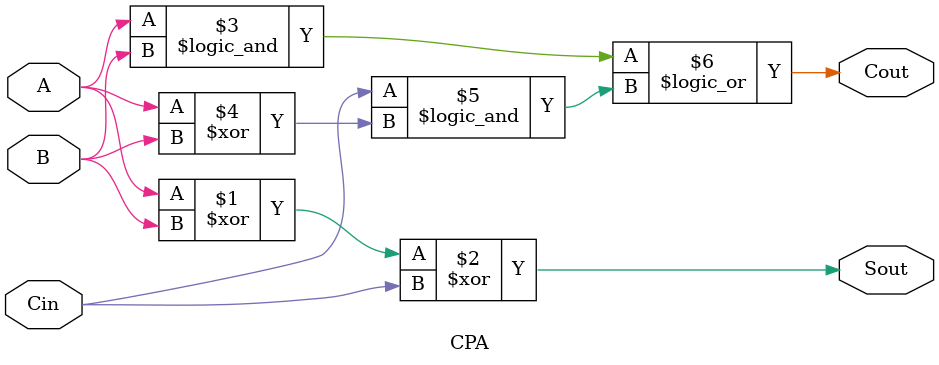
<source format=v>
module CPA(Sout, Cout, A, B, Cin);

output Sout, Cout;
input A, B, Cin;

assign Sout = A ^ B ^ Cin;
assign Cout = (A && B) || (Cin && (A ^ B));

endmodule

</source>
